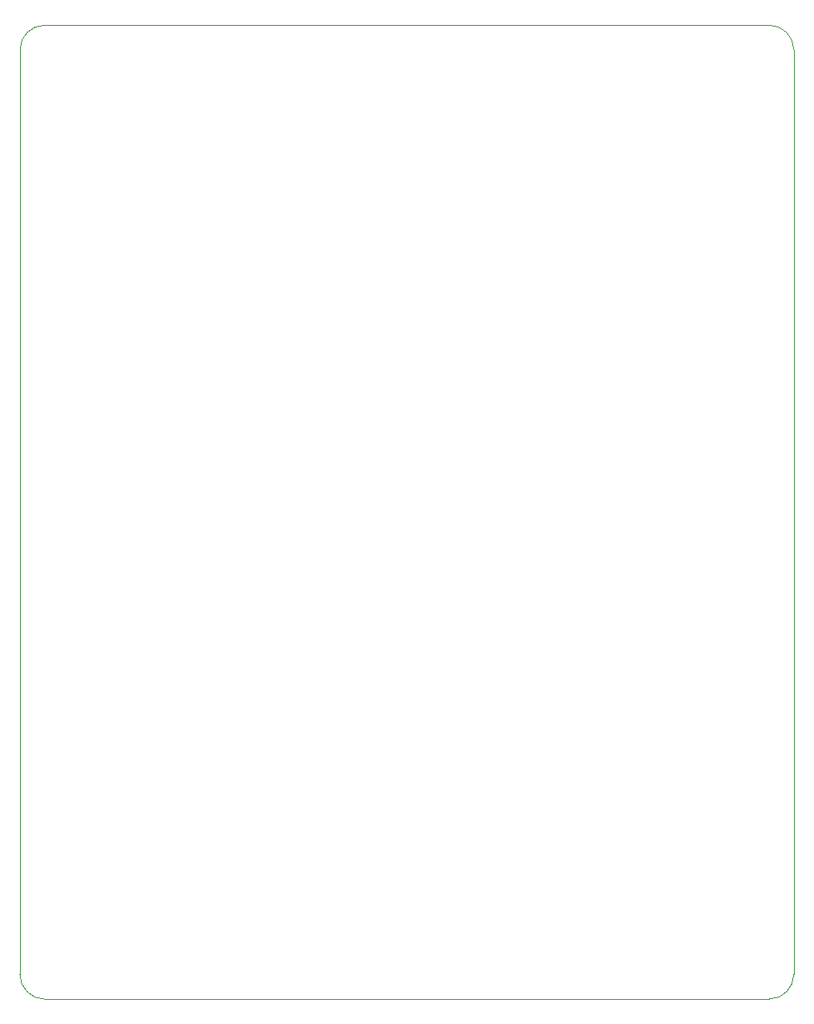
<source format=gm1>
G04 #@! TF.GenerationSoftware,KiCad,Pcbnew,7.0.7*
G04 #@! TF.CreationDate,2023-09-24T19:29:38+02:00*
G04 #@! TF.ProjectId,ardumate,61726475-6d61-4746-952e-6b696361645f,rev?*
G04 #@! TF.SameCoordinates,Original*
G04 #@! TF.FileFunction,Profile,NP*
%FSLAX46Y46*%
G04 Gerber Fmt 4.6, Leading zero omitted, Abs format (unit mm)*
G04 Created by KiCad (PCBNEW 7.0.7) date 2023-09-24 19:29:38*
%MOMM*%
%LPD*%
G01*
G04 APERTURE LIST*
G04 #@! TA.AperFunction,Profile*
%ADD10C,0.100000*%
G04 #@! TD*
G04 APERTURE END LIST*
D10*
X177800000Y-137160000D02*
X177800000Y-43180000D01*
X101600000Y-139700000D02*
X175260000Y-139700000D01*
X175260000Y-139700000D02*
G75*
G03*
X177800000Y-137160000I0J2540000D01*
G01*
X99060000Y-43180000D02*
X99060000Y-137160000D01*
X175260000Y-40640000D02*
X101600000Y-40640000D01*
X99060000Y-137160000D02*
G75*
G03*
X101600000Y-139700000I2540000J0D01*
G01*
X177800000Y-43180000D02*
G75*
G03*
X175260000Y-40640000I-2540000J0D01*
G01*
X101600000Y-40640000D02*
G75*
G03*
X99060000Y-43180000I0J-2540000D01*
G01*
M02*

</source>
